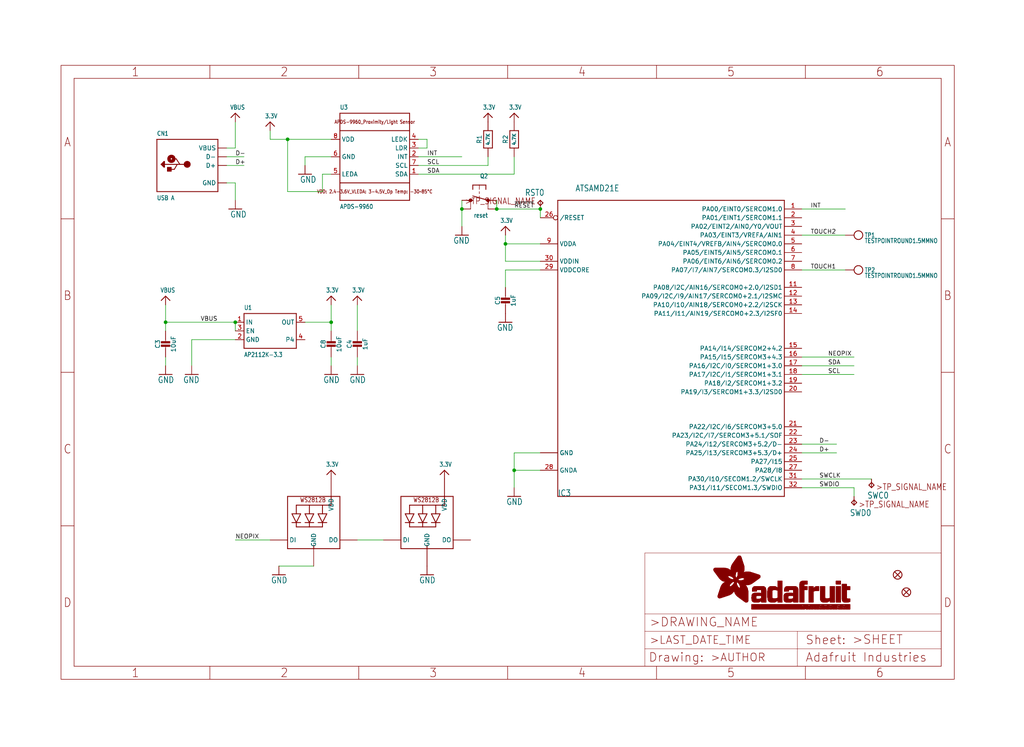
<source format=kicad_sch>
(kicad_sch (version 20211123) (generator eeschema)
  (paper "User" 298.45 217.881)
  (lib_symbols
    (symbol "schematicEagle-eagle-import:3.3V" (power)
      (property "Value" "3.3V" (at -1.524 1.016 0))
      (symbol "3.3V_1_0"
        (pin power_in line (at 0 -2.54 90) (length 2.54) (name "3.3V") (number "1"))
      )
    )
    (symbol "schematicEagle-eagle-import:APDS-9960"
      (property "Reference" "U" (at -10.16 13.716 0))
      (property "Value" "APDS-9960" (at -10.16 -15.24 0))
      (symbol "APDS-9960_1_0"
        (text "APDS-9960_Proximity/Light Sensor" (at 0 10.16 0) (effects (font (size 1.016 0.8636))))
        (text "VDD: 2.4-3.6V_VLEDA: 3-4.5V_Op Temp: -30~85°C" (at 0 -10.16 0) (effects (font (size 1.016 0.8636))))
        (pin bidirectional line (at 12.7 -5.08 180) (length 2.54) (name "SDA") (number "1"))
        (pin output line (at 12.7 0 180) (length 2.54) (name "INT") (number "2"))
        (pin bidirectional line (at 12.7 2.54 180) (length 2.54) (name "LDR") (number "3"))
        (pin bidirectional line (at 12.7 5.08 180) (length 2.54) (name "LEDK") (number "4"))
        (pin power_in line (at -12.7 -5.08 0) (length 2.54) (name "LEDA") (number "5"))
        (pin power_in line (at -12.7 0 0) (length 2.54) (name "GND") (number "6"))
        (pin input line (at 12.7 -2.54 180) (length 2.54) (name "SCL") (number "7"))
        (pin power_in line (at -12.7 5.08 0) (length 2.54) (name "VDD") (number "8"))
      )
    )
    (symbol "schematicEagle-eagle-import:ATSAMD21E"
      (property "Reference" "IC" (at -35.56 -43.18 0))
      (property "Value" "ATSAMD21E" (at -30.48 45.72 0))
      (symbol "ATSAMD21E_1_0"
        (pin bidirectional line (at 35.56 40.64 180) (length 5.08) (name "PA00/EINT0/SERCOM1.0") (number "1"))
        (pin power_in line (at -40.64 -30.48 0) (length 5.08) (name "GND") (number "10"))
        (pin bidirectional line (at 35.56 17.78 180) (length 5.08) (name "PA08/I2C/AIN16/SERCOM0+2.0/I2SD1") (number "11"))
        (pin bidirectional line (at 35.56 15.24 180) (length 5.08) (name "PA09/I2C/I9/AIN17/SERCOM0+2.1/I2SMC") (number "12"))
        (pin bidirectional line (at 35.56 12.7 180) (length 5.08) (name "PA10/I10/AIN18/SERCOM0+2.2/I2SCK") (number "13"))
        (pin bidirectional line (at 35.56 10.16 180) (length 5.08) (name "PA11/I11/AIN19/SERCOM0+2.3/I2SF0") (number "14"))
        (pin bidirectional line (at 35.56 0 180) (length 5.08) (name "PA14/I14/SERCOM2+4.2") (number "15"))
        (pin bidirectional line (at 35.56 -2.54 180) (length 5.08) (name "PA15/I15/SERCOM3+4.3") (number "16"))
        (pin bidirectional line (at 35.56 -5.08 180) (length 5.08) (name "PA16/I2C/I0/SERCOM1+3.0") (number "17"))
        (pin bidirectional line (at 35.56 -7.62 180) (length 5.08) (name "PA17/I2C/I1/SERCOM1+3.1") (number "18"))
        (pin bidirectional line (at 35.56 -10.16 180) (length 5.08) (name "PA18/I2/SERCOM1+3.2") (number "19"))
        (pin bidirectional line (at 35.56 38.1 180) (length 5.08) (name "PA01/EINT1/SERCOM1.1") (number "2"))
        (pin bidirectional line (at 35.56 -12.7 180) (length 5.08) (name "PA19/I3/SERCOM1+3.3/I2SD0") (number "20"))
        (pin bidirectional line (at 35.56 -22.86 180) (length 5.08) (name "PA22/I2C/I6/SERCOM3+5.0") (number "21"))
        (pin bidirectional line (at 35.56 -25.4 180) (length 5.08) (name "PA23/I2C/I7/SERCOM3+5.1/SOF") (number "22"))
        (pin bidirectional line (at 35.56 -27.94 180) (length 5.08) (name "PA24/I12/SERCOM3+5.2/D-") (number "23"))
        (pin bidirectional line (at 35.56 -30.48 180) (length 5.08) (name "PA25/I13/SERCOM3+5.3/D+") (number "24"))
        (pin bidirectional line (at 35.56 -33.02 180) (length 5.08) (name "PA27/I15") (number "25"))
        (pin bidirectional inverted (at -40.64 38.1 0) (length 5.08) (name "/RESET") (number "26"))
        (pin bidirectional line (at 35.56 -35.56 180) (length 5.08) (name "PA28/I8") (number "27"))
        (pin power_in line (at -40.64 -35.56 0) (length 5.08) (name "GNDA") (number "28"))
        (pin power_in line (at -40.64 22.86 0) (length 5.08) (name "VDDCORE") (number "29"))
        (pin bidirectional line (at 35.56 35.56 180) (length 5.08) (name "PA02/EINT2/AIN0/Y0/VOUT") (number "3"))
        (pin power_in line (at -40.64 25.4 0) (length 5.08) (name "VDDIN") (number "30"))
        (pin bidirectional line (at 35.56 -38.1 180) (length 5.08) (name "PA30/I10/SECOM1.2/SWCLK") (number "31"))
        (pin bidirectional line (at 35.56 -40.64 180) (length 5.08) (name "PA31/I11/SECOM1.3/SWDIO") (number "32"))
        (pin power_in line (at -40.64 -30.48 0) (length 5.08) (name "GND") (number "33"))
        (pin bidirectional line (at 35.56 33.02 180) (length 5.08) (name "PA03/EINT3/VREFA/AIN1") (number "4"))
        (pin bidirectional line (at 35.56 30.48 180) (length 5.08) (name "PA04/EINT4/VREFB/AIN4/SERCOM0.0") (number "5"))
        (pin bidirectional line (at 35.56 27.94 180) (length 5.08) (name "PA05/EINT5/AIN5/SERCOM0.1") (number "6"))
        (pin bidirectional line (at 35.56 25.4 180) (length 5.08) (name "PA06/EINT6/AIN6/SERCOM0.2") (number "7"))
        (pin bidirectional line (at 35.56 22.86 180) (length 5.08) (name "PA07/I7/AIN7/SERCOM0.3/I2SD0") (number "8"))
        (pin power_in line (at -40.64 30.48 0) (length 5.08) (name "VDDA") (number "9"))
      )
    )
    (symbol "schematicEagle-eagle-import:CAP_CERAMIC0603_NO"
      (property "Reference" "C" (at -2.29 1.25 90))
      (property "Value" "CAP_CERAMIC0603_NO" (at 2.3 1.25 90))
      (symbol "CAP_CERAMIC0603_NO_1_0"
        (pin passive line (at 0 5.08 270) (length 2.54) (name "1") (number "1"))
        (pin passive line (at 0 -2.54 90) (length 2.54) (name "2") (number "2"))
      )
    )
    (symbol "schematicEagle-eagle-import:CAP_CERAMIC0805-NOOUTLINE"
      (property "Reference" "C" (at -2.29 1.25 90))
      (property "Value" "CAP_CERAMIC0805-NOOUTLINE" (at 2.3 1.25 90))
      (symbol "CAP_CERAMIC0805-NOOUTLINE_1_0"
        (pin passive line (at 0 5.08 270) (length 2.54) (name "1") (number "1"))
        (pin passive line (at 0 -2.54 90) (length 2.54) (name "2") (number "2"))
      )
    )
    (symbol "schematicEagle-eagle-import:FIDUCIAL_1MM")
    (symbol "schematicEagle-eagle-import:FRAME_A4_ADAFRUIT"
      (symbol "FRAME_A4_ADAFRUIT_0_0"
        (text "1" (at 21.6958 1.905 0) (effects (font (size 2.54 2.286))))
        (text "1" (at 21.6958 177.165 0) (effects (font (size 2.54 2.286))))
        (text "2" (at 65.0875 1.905 0) (effects (font (size 2.54 2.286))))
        (text "2" (at 65.0875 177.165 0) (effects (font (size 2.54 2.286))))
        (text "3" (at 108.4792 1.905 0) (effects (font (size 2.54 2.286))))
        (text "3" (at 108.4792 177.165 0) (effects (font (size 2.54 2.286))))
        (text "4" (at 151.8708 1.905 0) (effects (font (size 2.54 2.286))))
        (text "4" (at 151.8708 177.165 0) (effects (font (size 2.54 2.286))))
        (text "5" (at 195.2625 1.905 0) (effects (font (size 2.54 2.286))))
        (text "5" (at 195.2625 177.165 0) (effects (font (size 2.54 2.286))))
        (text "6" (at 238.6542 1.905 0) (effects (font (size 2.54 2.286))))
        (text "6" (at 238.6542 177.165 0) (effects (font (size 2.54 2.286))))
        (text "A" (at 1.905 156.6863 0) (effects (font (size 2.54 2.286))))
        (text "A" (at 258.445 156.6863 0) (effects (font (size 2.54 2.286))))
        (text "B" (at 1.905 111.9188 0) (effects (font (size 2.54 2.286))))
        (text "B" (at 258.445 111.9188 0) (effects (font (size 2.54 2.286))))
        (text "C" (at 1.905 67.1513 0) (effects (font (size 2.54 2.286))))
        (text "C" (at 258.445 67.1513 0) (effects (font (size 2.54 2.286))))
        (text "D" (at 1.905 22.3838 0) (effects (font (size 2.54 2.286))))
        (text "D" (at 258.445 22.3838 0) (effects (font (size 2.54 2.286))))
      )
      (symbol "FRAME_A4_ADAFRUIT_1_0"
        (text ">AUTHOR" (at 189.23 5.08 0) (effects (font (size 2.286 2.286)) (justify left bottom)))
        (text ">DRAWING_NAME" (at 171.45 15.24 0) (effects (font (size 2.54 2.54)) (justify left bottom)))
        (text ">LAST_DATE_TIME" (at 171.45 10.16 0) (effects (font (size 2.286 2.286)) (justify left bottom)))
        (text ">SHEET" (at 230.505 10.16 0) (effects (font (size 2.54 2.54)) (justify left bottom)))
        (text "Adafruit Industries" (at 216.916 4.953 0) (effects (font (size 2.54 2.54)) (justify left bottom)))
        (text "Drawing:" (at 171.196 4.953 0) (effects (font (size 2.54 2.54)) (justify left bottom)))
        (text "Sheet:" (at 216.916 10.033 0) (effects (font (size 2.54 2.54)) (justify left bottom)))
      )
    )
    (symbol "schematicEagle-eagle-import:GND" (power)
      (property "Value" "GND" (at -2.54 -2.54 0))
      (symbol "GND_1_0"
        (pin power_in line (at 0 2.54 270) (length 2.54) (name "GND") (number "1"))
      )
    )
    (symbol "schematicEagle-eagle-import:RESISTOR_0603_NOOUT"
      (property "Reference" "R" (at 0 2.54 0))
      (property "Value" "RESISTOR_0603_NOOUT" (at 0 0 0))
      (symbol "RESISTOR_0603_NOOUT_1_0"
        (pin passive line (at -5.08 0 0) (length 2.54) (name "1") (number "1"))
        (pin passive line (at 5.08 0 180) (length 2.54) (name "2") (number "2"))
      )
    )
    (symbol "schematicEagle-eagle-import:SWITCH_TACT_SMT4.6X2.8"
      (property "Reference" "SW" (at -2.54 6.35 0))
      (property "Value" "SWITCH_TACT_SMT4.6X2.8" (at -2.54 -5.08 0))
      (symbol "SWITCH_TACT_SMT4.6X2.8_1_0"
        (pin passive line (at -5.08 0 0) (length 2.54) (name "P") (number "A"))
        (pin passive line (at -5.08 -2.54 0) (length 2.54) (name "P1") (number "A'"))
        (pin passive line (at 5.08 0 180) (length 2.54) (name "S") (number "B"))
        (pin passive line (at 5.08 -2.54 180) (length 2.54) (name "S1") (number "B'"))
      )
    )
    (symbol "schematicEagle-eagle-import:TESTPOINTROUND1.5MMNO"
      (property "Reference" "TP" (at 0 5.588 90))
      (property "Value" "TESTPOINTROUND1.5MMNO" (at 1.651 5.588 90))
      (symbol "TESTPOINTROUND1.5MMNO_1_0"
        (pin bidirectional line (at 0 0 90) (length 2.54) (name "P$1") (number "P$1"))
      )
    )
    (symbol "schematicEagle-eagle-import:TPTP15R"
      (property "Reference" "TP" (at -1.27 1.27 0))
      (symbol "TPTP15R_1_0"
        (text ">TP_SIGNAL_NAME" (at 1.27 -1.27 0) (effects (font (size 1.778 1.5113)) (justify left bottom)))
        (pin input line (at 0 -2.54 90) (length 2.54) (name "TP") (number "TP"))
      )
    )
    (symbol "schematicEagle-eagle-import:TPTP16R"
      (property "Reference" "TP" (at -1.27 1.27 0))
      (symbol "TPTP16R_1_0"
        (text ">TP_SIGNAL_NAME" (at 1.27 -1.27 0) (effects (font (size 1.778 1.5113)) (justify left bottom)))
        (pin input line (at 0 -2.54 90) (length 2.54) (name "TP") (number "TP"))
      )
    )
    (symbol "schematicEagle-eagle-import:USB_TYPEAPCB"
      (property "Reference" "X" (at -10.16 8.636 0))
      (property "Value" "USB_TYPEAPCB" (at -10.16 -10.16 0))
      (symbol "USB_TYPEAPCB_1_0"
        (pin power_in line (at 10.16 -5.08 180) (length 2.54) (name "GND") (number "GND"))
        (pin bidirectional line (at 10.16 2.54 180) (length 2.54) (name "D-") (number "USB_NEG"))
        (pin bidirectional line (at 10.16 0 180) (length 2.54) (name "D+") (number "USB_PLUS"))
        (pin power_in line (at 10.16 5.08 180) (length 2.54) (name "VBUS") (number "VCC"))
      )
    )
    (symbol "schematicEagle-eagle-import:VBUS" (power)
      (property "Value" "VBUS" (at -1.524 1.016 0))
      (symbol "VBUS_1_0"
        (pin power_in line (at 0 -2.54 90) (length 2.54) (name "VBUS") (number "1"))
      )
    )
    (symbol "schematicEagle-eagle-import:VREG_SOT23-5"
      (property "Reference" "U" (at -7.62 6.096 0))
      (property "Value" "VREG_SOT23-5" (at -7.62 -7.62 0))
      (symbol "VREG_SOT23-5_1_0"
        (pin power_in line (at -10.16 2.54 0) (length 2.54) (name "IN") (number "1"))
        (pin power_in line (at -10.16 -2.54 0) (length 2.54) (name "GND") (number "2"))
        (pin input line (at -10.16 0 0) (length 2.54) (name "EN") (number "3"))
        (pin bidirectional line (at 10.16 -2.54 180) (length 2.54) (name "P4") (number "4"))
        (pin power_in line (at 10.16 2.54 180) (length 2.54) (name "OUT") (number "5"))
      )
    )
    (symbol "schematicEagle-eagle-import:WS2812B3535"
      (symbol "WS2812B3535_1_0"
        (text "WS2812B" (at -4.064 8.382 0) (effects (font (size 1.27 1.0795)) (justify left bottom)))
        (pin input line (at -12.7 -2.54 0) (length 5.08) (name "DI") (number "1"))
        (pin power_in line (at 5.08 15.24 270) (length 5.08) (name "VDD") (number "2"))
        (pin output line (at 12.7 -2.54 180) (length 5.08) (name "DO") (number "3"))
        (pin power_in line (at 0 -10.16 90) (length 5.08) (name "GND") (number "4"))
      )
    )
  )
  (junction (at 144.78 60.96))
  (junction (at 68.58 93.98))
  (junction (at 48.26 93.98))
  (junction (at 134.62 60.96))
  (junction (at 157.48 60.96))
  (junction (at 83.82 40.64))
  (junction (at 149.86 137.16))
  (junction (at 96.52 93.98))
  (junction (at 147.32 71.12))
  (wire (pts (xy 142.24 48.26) (xy 121.92 48.26)))
  (wire (pts (xy 134.62 66.04) (xy 134.62 60.96)))
  (wire (pts (xy 157.48 78.74) (xy 147.32 78.74)))
  (wire (pts (xy 121.92 40.64) (xy 124.46 40.64)))
  (wire (pts (xy 233.68 68.58) (xy 246.38 68.58)))
  (wire (pts (xy 233.68 109.22) (xy 248.92 109.22)))
  (wire (pts (xy 83.82 55.88) (xy 83.82 40.64)))
  (wire (pts (xy 233.68 60.96) (xy 246.38 60.96)))
  (wire (pts (xy 83.82 40.64) (xy 78.74 40.64)))
  (wire (pts (xy 233.68 78.74) (xy 246.38 78.74)))
  (wire (pts (xy 96.52 93.98) (xy 88.9 93.98)))
  (wire (pts (xy 157.48 71.12) (xy 147.32 71.12)))
  (wire (pts (xy 248.92 142.24) (xy 248.92 144.78)))
  (wire (pts (xy 48.26 106.68) (xy 48.26 104.14)))
  (wire (pts (xy 233.68 104.14) (xy 248.92 104.14)))
  (wire (pts (xy 78.74 40.64) (xy 78.74 38.1)))
  (wire (pts (xy 157.48 60.96) (xy 157.48 63.5)))
  (wire (pts (xy 149.86 132.08) (xy 149.86 137.16)))
  (wire (pts (xy 147.32 71.12) (xy 147.32 68.58)))
  (wire (pts (xy 93.98 55.88) (xy 83.82 55.88)))
  (wire (pts (xy 233.68 139.7) (xy 254 139.7)))
  (wire (pts (xy 104.14 106.68) (xy 104.14 104.14)))
  (wire (pts (xy 78.74 157.48) (xy 68.58 157.48)))
  (wire (pts (xy 55.88 99.06) (xy 55.88 106.68)))
  (wire (pts (xy 157.48 76.2) (xy 147.32 76.2)))
  (wire (pts (xy 121.92 50.8) (xy 149.86 50.8)))
  (wire (pts (xy 48.26 93.98) (xy 68.58 93.98)))
  (wire (pts (xy 93.98 50.8) (xy 93.98 55.88)))
  (wire (pts (xy 233.68 106.68) (xy 248.92 106.68)))
  (wire (pts (xy 96.52 106.68) (xy 96.52 104.14)))
  (wire (pts (xy 124.46 40.64) (xy 124.46 43.18)))
  (wire (pts (xy 96.52 88.9) (xy 96.52 93.98)))
  (wire (pts (xy 96.52 93.98) (xy 96.52 96.52)))
  (wire (pts (xy 91.44 165.1) (xy 81.28 165.1)))
  (wire (pts (xy 124.46 43.18) (xy 121.92 43.18)))
  (wire (pts (xy 66.04 45.72) (xy 71.12 45.72)))
  (wire (pts (xy 104.14 88.9) (xy 104.14 96.52)))
  (wire (pts (xy 142.24 48.26) (xy 142.24 45.72)))
  (wire (pts (xy 48.26 96.52) (xy 48.26 93.98)))
  (wire (pts (xy 66.04 48.26) (xy 71.12 48.26)))
  (wire (pts (xy 96.52 50.8) (xy 93.98 50.8)))
  (wire (pts (xy 66.04 43.18) (xy 68.58 43.18)))
  (wire (pts (xy 243.84 132.08) (xy 233.68 132.08)))
  (wire (pts (xy 66.04 53.34) (xy 68.58 53.34)))
  (wire (pts (xy 88.9 45.72) (xy 88.9 48.26)))
  (wire (pts (xy 134.62 58.42) (xy 134.62 60.96)))
  (wire (pts (xy 121.92 45.72) (xy 134.62 45.72)))
  (wire (pts (xy 149.86 137.16) (xy 149.86 142.24)))
  (wire (pts (xy 144.78 60.96) (xy 157.48 60.96)))
  (wire (pts (xy 233.68 129.54) (xy 243.84 129.54)))
  (wire (pts (xy 157.48 132.08) (xy 149.86 132.08)))
  (wire (pts (xy 96.52 45.72) (xy 88.9 45.72)))
  (wire (pts (xy 149.86 50.8) (xy 149.86 45.72)))
  (wire (pts (xy 96.52 40.64) (xy 83.82 40.64)))
  (wire (pts (xy 68.58 53.34) (xy 68.58 58.42)))
  (wire (pts (xy 144.78 60.96) (xy 144.78 58.42)))
  (wire (pts (xy 68.58 96.52) (xy 68.58 93.98)))
  (wire (pts (xy 68.58 35.56) (xy 68.58 43.18)))
  (wire (pts (xy 68.58 99.06) (xy 55.88 99.06)))
  (wire (pts (xy 233.68 142.24) (xy 248.92 142.24)))
  (wire (pts (xy 111.76 157.48) (xy 104.14 157.48)))
  (wire (pts (xy 157.48 137.16) (xy 149.86 137.16)))
  (wire (pts (xy 48.26 93.98) (xy 48.26 88.9)))
  (wire (pts (xy 147.32 78.74) (xy 147.32 83.82)))
  (wire (pts (xy 147.32 76.2) (xy 147.32 71.12)))
  (label "D-" (at 238.76 129.54 0) (effects (font (size 1.2446 1.2446))))
  (label "INT" (at 124.46 45.72 0) (effects (font (size 1.2446 1.2446))))
  (label "D-" (at 68.58 45.72 0) (effects (font (size 1.2446 1.2446))))
  (label "VBUS" (at 58.42 93.98 0) (effects (font (size 1.2446 1.2446))))
  (label "~{RESET}" (at 149.86 60.96 0) (effects (font (size 1.2446 1.2446))))
  (label "NEOPIX" (at 68.58 157.48 0) (effects (font (size 1.2446 1.2446))))
  (label "SDA" (at 124.46 50.8 0) (effects (font (size 1.2446 1.2446))))
  (label "TOUCH1" (at 236.22 78.74 0) (effects (font (size 1.2446 1.2446))))
  (label "D+" (at 238.76 132.08 0) (effects (font (size 1.2446 1.2446))))
  (label "INT" (at 236.22 60.96 0) (effects (font (size 1.2446 1.2446))))
  (label "D+" (at 68.58 48.26 0) (effects (font (size 1.2446 1.2446))))
  (label "SWDIO" (at 238.76 142.24 0) (effects (font (size 1.2446 1.2446))))
  (label "SCL" (at 241.3 109.22 0) (effects (font (size 1.2446 1.2446))))
  (label "SDA" (at 241.3 106.68 0) (effects (font (size 1.2446 1.2446))))
  (label "TOUCH2" (at 236.22 68.58 0) (effects (font (size 1.2446 1.2446))))
  (label "NEOPIX" (at 241.3 104.14 0) (effects (font (size 1.2446 1.2446))))
  (label "SWCLK" (at 238.76 139.7 0) (effects (font (size 1.2446 1.2446))))
  (label "SCL" (at 124.46 48.26 0) (effects (font (size 1.2446 1.2446))))
  (symbol (lib_id "schematicEagle-eagle-import:3.3V") (at 96.52 86.36 0) (unit 1)
    (property "Reference" "#U$17" (effects hide))
    (property "Value" "3.3V" (at 94.996 85.344 0) (effects (font (size 1.27 1.0795)) (justify left bottom)))
    (property "Footprint" "schematicEagle:" (effects hide))
  )
  (symbol (lib_id "schematicEagle-eagle-import:3.3V") (at 149.86 33.02 0) (unit 1)
    (property "Reference" "#U$12" (effects hide))
    (property "Value" "3.3V" (at 148.336 32.004 0) (effects (font (size 1.27 1.0795)) (justify left bottom)))
    (property "Footprint" "schematicEagle:" (effects hide))
  )
  (symbol (lib_id "schematicEagle-eagle-import:TPTP15R") (at 254 142.24 0) (mirror x) (unit 1)
    (property "Reference" "SWC0" (at 252.73 143.51 0) (effects (font (size 1.778 1.5113)) (justify left bottom)))
    (property "Value" "TPTP15R" (effects hide))
    (property "Footprint" "schematicEagle:TP15R" (effects hide))
  )
  (symbol (lib_id "schematicEagle-eagle-import:GND") (at 81.28 167.64 0) (mirror y) (unit 1)
    (property "Reference" "#GND2" (effects hide))
    (property "Value" "GND" (at 83.82 170.18 0) (effects (font (size 1.778 1.5113)) (justify left bottom)))
    (property "Footprint" "schematicEagle:" (effects hide))
  )
  (symbol (lib_id "schematicEagle-eagle-import:CAP_CERAMIC0805-NOOUTLINE") (at 96.52 101.6 0) (unit 1)
    (property "Reference" "C8" (at 94.23 100.35 90))
    (property "Value" "10uF" (at 98.82 100.35 90))
    (property "Footprint" "schematicEagle:0805-NO" (effects hide))
  )
  (symbol (lib_id "schematicEagle-eagle-import:GND") (at 96.52 109.22 0) (mirror y) (unit 1)
    (property "Reference" "#GND12" (effects hide))
    (property "Value" "GND" (at 99.06 111.76 0) (effects (font (size 1.778 1.5113)) (justify left bottom)))
    (property "Footprint" "schematicEagle:" (effects hide))
  )
  (symbol (lib_id "schematicEagle-eagle-import:3.3V") (at 104.14 86.36 0) (unit 1)
    (property "Reference" "#U$20" (effects hide))
    (property "Value" "3.3V" (at 102.616 85.344 0) (effects (font (size 1.27 1.0795)) (justify left bottom)))
    (property "Footprint" "schematicEagle:" (effects hide))
  )
  (symbol (lib_id "schematicEagle-eagle-import:GND") (at 134.62 68.58 0) (unit 1)
    (property "Reference" "#GND14" (effects hide))
    (property "Value" "GND" (at 132.08 71.12 0) (effects (font (size 1.778 1.5113)) (justify left bottom)))
    (property "Footprint" "schematicEagle:" (effects hide))
  )
  (symbol (lib_id "schematicEagle-eagle-import:TPTP16R") (at 248.92 147.32 0) (mirror x) (unit 1)
    (property "Reference" "SWD0" (at 247.65 148.59 0) (effects (font (size 1.778 1.5113)) (justify left bottom)))
    (property "Value" "TPTP16R" (effects hide))
    (property "Footprint" "schematicEagle:TP16R" (effects hide))
  )
  (symbol (lib_id "schematicEagle-eagle-import:GND") (at 147.32 93.98 0) (unit 1)
    (property "Reference" "#GND7" (effects hide))
    (property "Value" "GND" (at 144.78 96.52 0) (effects (font (size 1.778 1.5113)) (justify left bottom)))
    (property "Footprint" "schematicEagle:" (effects hide))
  )
  (symbol (lib_id "schematicEagle-eagle-import:FIDUCIAL_1MM") (at 261.62 167.64 0) (unit 1)
    (property "Reference" "FID1" (effects hide))
    (property "Value" "FIDUCIAL_1MM" (effects hide))
    (property "Footprint" "schematicEagle:FIDUCIAL_1MM" (effects hide))
  )
  (symbol (lib_id "schematicEagle-eagle-import:GND") (at 149.86 144.78 0) (mirror y) (unit 1)
    (property "Reference" "#GND18" (effects hide))
    (property "Value" "GND" (at 152.4 147.32 0) (effects (font (size 1.778 1.5113)) (justify left bottom)))
    (property "Footprint" "schematicEagle:" (effects hide))
  )
  (symbol (lib_id "schematicEagle-eagle-import:CAP_CERAMIC0603_NO") (at 147.32 88.9 0) (unit 1)
    (property "Reference" "C5" (at 145.03 87.65 90))
    (property "Value" "1uF" (at 149.62 87.65 90))
    (property "Footprint" "schematicEagle:0603-NO" (effects hide))
  )
  (symbol (lib_id "schematicEagle-eagle-import:WS2812B3535") (at 91.44 154.94 0) (unit 1)
    (property "Reference" "LED2" (effects hide))
    (property "Value" "WS2812B3535" (effects hide))
    (property "Footprint" "schematicEagle:LED3535" (effects hide))
  )
  (symbol (lib_id "schematicEagle-eagle-import:3.3V") (at 78.74 35.56 0) (unit 1)
    (property "Reference" "#U$9" (effects hide))
    (property "Value" "3.3V" (at 77.216 34.544 0) (effects (font (size 1.27 1.0795)) (justify left bottom)))
    (property "Footprint" "schematicEagle:" (effects hide))
  )
  (symbol (lib_id "schematicEagle-eagle-import:USB_TYPEAPCB") (at 55.88 48.26 0) (unit 1)
    (property "Reference" "CN1" (at 45.72 39.624 0) (effects (font (size 1.27 1.0795)) (justify left bottom)))
    (property "Value" "USB A" (at 45.72 58.42 0) (effects (font (size 1.27 1.0795)) (justify left bottom)))
    (property "Footprint" "schematicEagle:USBA_PCB" (effects hide))
  )
  (symbol (lib_id "schematicEagle-eagle-import:TESTPOINTROUND1.5MMNO") (at 246.38 78.74 270) (unit 1)
    (property "Reference" "TP2" (at 251.968 78.74 90) (effects (font (size 1.27 1.0795)) (justify left)))
    (property "Value" "TESTPOINTROUND1.5MMNO" (at 251.968 80.391 90) (effects (font (size 1.27 1.0795)) (justify left)))
    (property "Footprint" "schematicEagle:TESTPOINT_ROUND_1.5MM_NO" (effects hide))
  )
  (symbol (lib_id "schematicEagle-eagle-import:RESISTOR_0603_NOOUT") (at 142.24 40.64 90) (unit 1)
    (property "Reference" "R1" (at 139.7 40.64 0))
    (property "Value" "4.7K" (at 142.24 40.64 0) (effects (font (size 1.016 1.016) bold)))
    (property "Footprint" "schematicEagle:0603-NO" (effects hide))
  )
  (symbol (lib_id "schematicEagle-eagle-import:TPTP16R") (at 157.48 58.42 0) (mirror y) (unit 1)
    (property "Reference" "RST0" (at 158.75 57.15 0) (effects (font (size 1.778 1.5113)) (justify left bottom)))
    (property "Value" "TPTP16R" (effects hide))
    (property "Footprint" "schematicEagle:TP16R" (effects hide))
  )
  (symbol (lib_id "schematicEagle-eagle-import:3.3V") (at 147.32 66.04 0) (unit 1)
    (property "Reference" "#U$18" (effects hide))
    (property "Value" "3.3V" (at 145.796 65.024 0) (effects (font (size 1.27 1.0795)) (justify left bottom)))
    (property "Footprint" "schematicEagle:" (effects hide))
  )
  (symbol (lib_id "schematicEagle-eagle-import:FIDUCIAL_1MM") (at 264.16 172.72 0) (unit 1)
    (property "Reference" "FID2" (effects hide))
    (property "Value" "FIDUCIAL_1MM" (effects hide))
    (property "Footprint" "schematicEagle:FIDUCIAL_1MM" (effects hide))
  )
  (symbol (lib_id "schematicEagle-eagle-import:VBUS") (at 48.26 86.36 0) (unit 1)
    (property "Reference" "#U$13" (effects hide))
    (property "Value" "VBUS" (at 46.736 85.344 0) (effects (font (size 1.27 1.0795)) (justify left bottom)))
    (property "Footprint" "schematicEagle:" (effects hide))
  )
  (symbol (lib_id "schematicEagle-eagle-import:FRAME_A4_ADAFRUIT") (at 17.78 198.12 0) (unit 1)
    (property "Reference" "#U$1" (effects hide))
    (property "Value" "FRAME_A4_ADAFRUIT" (effects hide))
    (property "Footprint" "schematicEagle:" (effects hide))
  )
  (symbol (lib_id "schematicEagle-eagle-import:GND") (at 55.88 109.22 0) (unit 1)
    (property "Reference" "#GND11" (effects hide))
    (property "Value" "GND" (at 53.34 111.76 0) (effects (font (size 1.778 1.5113)) (justify left bottom)))
    (property "Footprint" "schematicEagle:" (effects hide))
  )
  (symbol (lib_id "schematicEagle-eagle-import:3.3V") (at 96.52 137.16 0) (unit 1)
    (property "Reference" "#U$4" (effects hide))
    (property "Value" "3.3V" (at 94.996 136.144 0) (effects (font (size 1.27 1.0795)) (justify left bottom)))
    (property "Footprint" "schematicEagle:" (effects hide))
  )
  (symbol (lib_id "schematicEagle-eagle-import:GND") (at 68.58 60.96 0) (unit 1)
    (property "Reference" "#U$2" (effects hide))
    (property "Value" "GND" (at 67.056 63.5 0) (effects (font (size 1.778 1.5113)) (justify left bottom)))
    (property "Footprint" "schematicEagle:" (effects hide))
  )
  (symbol (lib_id "schematicEagle-eagle-import:3.3V") (at 142.24 33.02 0) (unit 1)
    (property "Reference" "#U$7" (effects hide))
    (property "Value" "3.3V" (at 140.716 32.004 0) (effects (font (size 1.27 1.0795)) (justify left bottom)))
    (property "Footprint" "schematicEagle:" (effects hide))
  )
  (symbol (lib_id "schematicEagle-eagle-import:SWITCH_TACT_SMT4.6X2.8") (at 139.7 58.42 0) (mirror y) (unit 1)
    (property "Reference" "Q2" (at 142.24 52.07 0) (effects (font (size 1.27 1.0795)) (justify left bottom)))
    (property "Value" "reset" (at 142.24 63.5 0) (effects (font (size 1.27 1.0795)) (justify left bottom)))
    (property "Footprint" "schematicEagle:BTN_KMR2_4.6X2.8" (effects hide))
  )
  (symbol (lib_id "schematicEagle-eagle-import:3.3V") (at 129.54 137.16 0) (unit 1)
    (property "Reference" "#U$3" (effects hide))
    (property "Value" "3.3V" (at 128.016 136.144 0) (effects (font (size 1.27 1.0795)) (justify left bottom)))
    (property "Footprint" "schematicEagle:" (effects hide))
  )
  (symbol (lib_id "schematicEagle-eagle-import:TESTPOINTROUND1.5MMNO") (at 246.38 68.58 270) (unit 1)
    (property "Reference" "TP1" (at 251.968 68.58 90) (effects (font (size 1.27 1.0795)) (justify left)))
    (property "Value" "TESTPOINTROUND1.5MMNO" (at 251.968 70.231 90) (effects (font (size 1.27 1.0795)) (justify left)))
    (property "Footprint" "schematicEagle:TESTPOINT_ROUND_1.5MM_NO" (effects hide))
  )
  (symbol (lib_id "schematicEagle-eagle-import:GND") (at 124.46 167.64 0) (mirror y) (unit 1)
    (property "Reference" "#GND1" (effects hide))
    (property "Value" "GND" (at 127 170.18 0) (effects (font (size 1.778 1.5113)) (justify left bottom)))
    (property "Footprint" "schematicEagle:" (effects hide))
  )
  (symbol (lib_id "schematicEagle-eagle-import:VREG_SOT23-5") (at 78.74 96.52 0) (unit 1)
    (property "Reference" "U1" (at 71.12 90.424 0) (effects (font (size 1.27 1.0795)) (justify left bottom)))
    (property "Value" "AP2112K-3.3" (at 71.12 104.14 0) (effects (font (size 1.27 1.0795)) (justify left bottom)))
    (property "Footprint" "schematicEagle:SOT23-5" (effects hide))
  )
  (symbol (lib_id "schematicEagle-eagle-import:ATSAMD21E") (at 198.12 101.6 0) (unit 1)
    (property "Reference" "IC3" (at 162.56 144.78 0) (effects (font (size 1.778 1.5113)) (justify left bottom)))
    (property "Value" "ATSAMD21E" (at 167.64 55.88 0) (effects (font (size 1.778 1.5113)) (justify left bottom)))
    (property "Footprint" "schematicEagle:QFN32_5MM" (effects hide))
  )
  (symbol (lib_id "schematicEagle-eagle-import:CAP_CERAMIC0603_NO") (at 104.14 101.6 0) (unit 1)
    (property "Reference" "C4" (at 101.85 100.35 90))
    (property "Value" "1uF" (at 106.44 100.35 90))
    (property "Footprint" "schematicEagle:0603-NO" (effects hide))
  )
  (symbol (lib_id "schematicEagle-eagle-import:WS2812B3535") (at 124.46 154.94 0) (unit 1)
    (property "Reference" "LED1" (effects hide))
    (property "Value" "WS2812B3535" (effects hide))
    (property "Footprint" "schematicEagle:LED3535" (effects hide))
  )
  (symbol (lib_id "schematicEagle-eagle-import:GND") (at 88.9 50.8 0) (unit 1)
    (property "Reference" "#U$11" (effects hide))
    (property "Value" "GND" (at 87.376 53.34 0) (effects (font (size 1.778 1.5113)) (justify left bottom)))
    (property "Footprint" "schematicEagle:" (effects hide))
  )
  (symbol (lib_id "schematicEagle-eagle-import:CAP_CERAMIC0805-NOOUTLINE") (at 48.26 101.6 0) (unit 1)
    (property "Reference" "C3" (at 45.97 100.35 90))
    (property "Value" "10uF" (at 50.56 100.35 90))
    (property "Footprint" "schematicEagle:0805-NO" (effects hide))
  )
  (symbol (lib_id "schematicEagle-eagle-import:VBUS") (at 68.58 33.02 0) (unit 1)
    (property "Reference" "#U$15" (effects hide))
    (property "Value" "VBUS" (at 67.056 32.004 0) (effects (font (size 1.27 1.0795)) (justify left bottom)))
    (property "Footprint" "schematicEagle:" (effects hide))
  )
  (symbol (lib_id "schematicEagle-eagle-import:GND") (at 48.26 109.22 0) (mirror y) (unit 1)
    (property "Reference" "#GND3" (effects hide))
    (property "Value" "GND" (at 50.8 111.76 0) (effects (font (size 1.778 1.5113)) (justify left bottom)))
    (property "Footprint" "schematicEagle:" (effects hide))
  )
  (symbol (lib_id "schematicEagle-eagle-import:GND") (at 104.14 109.22 0) (mirror y) (unit 1)
    (property "Reference" "#GND5" (effects hide))
    (property "Value" "GND" (at 106.68 111.76 0) (effects (font (size 1.778 1.5113)) (justify left bottom)))
    (property "Footprint" "schematicEagle:" (effects hide))
  )
  (symbol (lib_id "schematicEagle-eagle-import:RESISTOR_0603_NOOUT") (at 149.86 40.64 90) (unit 1)
    (property "Reference" "R2" (at 147.32 40.64 0))
    (property "Value" "4.7K" (at 149.86 40.64 0) (effects (font (size 1.016 1.016) bold)))
    (property "Footprint" "schematicEagle:0603-NO" (effects hide))
  )
  (symbol (lib_id "schematicEagle-eagle-import:APDS-9960") (at 109.22 45.72 0) (unit 1)
    (property "Reference" "U3" (at 99.06 32.004 0) (effects (font (size 1.27 1.0795)) (justify left bottom)))
    (property "Value" "APDS-9960" (at 99.06 60.96 0) (effects (font (size 1.27 1.0795)) (justify left bottom)))
    (property "Footprint" "schematicEagle:APDS-9960" (effects hide))
  )
)
</source>
